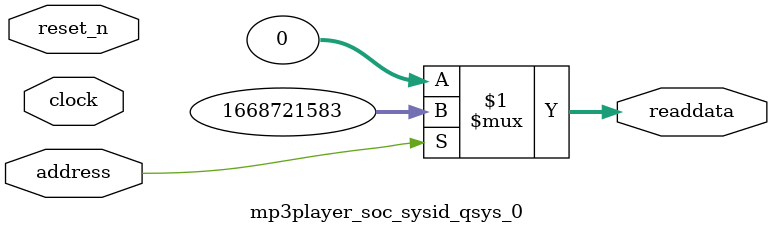
<source format=v>



// synthesis translate_off
`timescale 1ns / 1ps
// synthesis translate_on

// turn off superfluous verilog processor warnings 
// altera message_level Level1 
// altera message_off 10034 10035 10036 10037 10230 10240 10030 

module mp3player_soc_sysid_qsys_0 (
               // inputs:
                address,
                clock,
                reset_n,

               // outputs:
                readdata
             )
;

  output  [ 31: 0] readdata;
  input            address;
  input            clock;
  input            reset_n;

  wire    [ 31: 0] readdata;
  //control_slave, which is an e_avalon_slave
  assign readdata = address ? 1668721583 : 0;

endmodule



</source>
